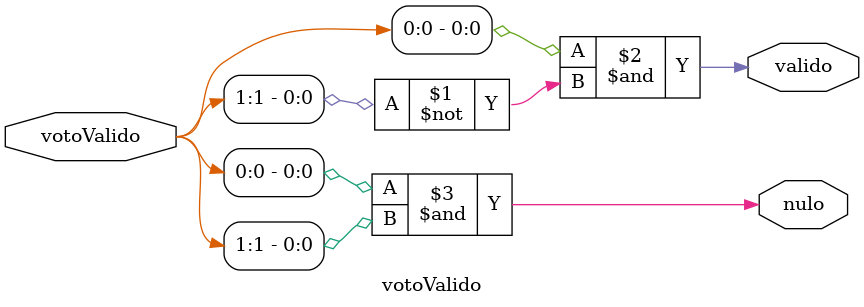
<source format=v>
module votoValido(votoValido, valido, nulo);

input[1:0] votoValido;
output valido, nulo;

assign valido = votoValido[0] & ~votoValido[1];
assign nulo = votoValido[0] & votoValido[1];

endmodule
</source>
